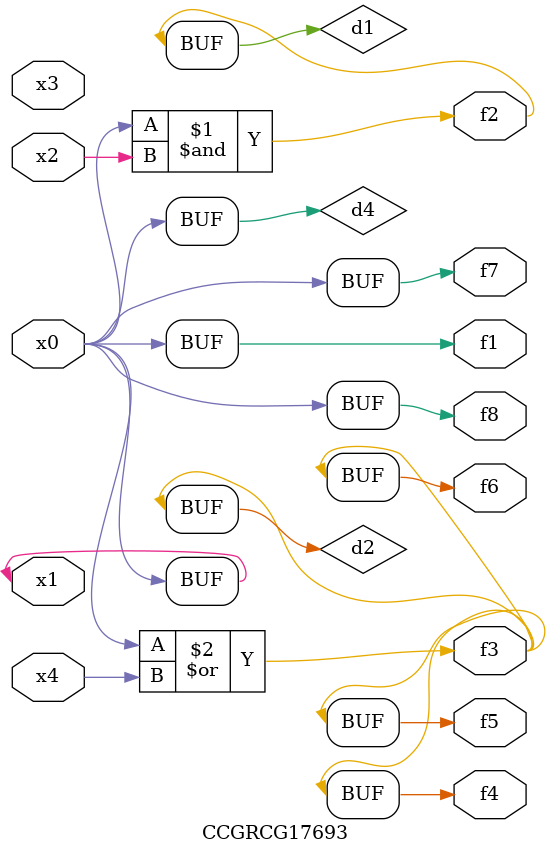
<source format=v>
module CCGRCG17693(
	input x0, x1, x2, x3, x4,
	output f1, f2, f3, f4, f5, f6, f7, f8
);

	wire d1, d2, d3, d4;

	and (d1, x0, x2);
	or (d2, x0, x4);
	nand (d3, x0, x2);
	buf (d4, x0, x1);
	assign f1 = d4;
	assign f2 = d1;
	assign f3 = d2;
	assign f4 = d2;
	assign f5 = d2;
	assign f6 = d2;
	assign f7 = d4;
	assign f8 = d4;
endmodule

</source>
